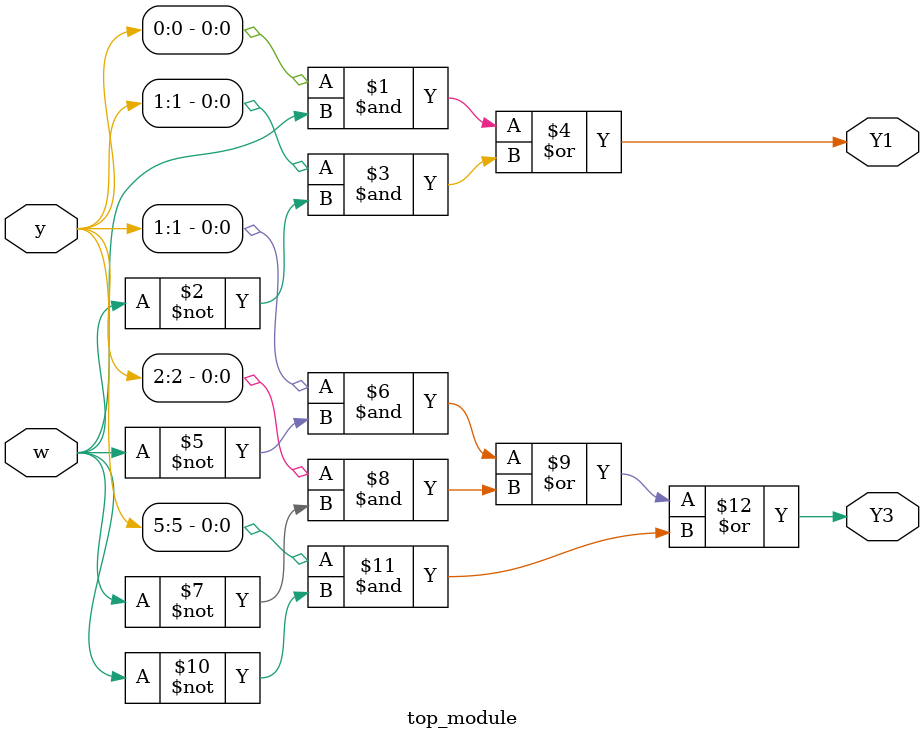
<source format=sv>
module top_module (
    input [5:0] y,
    input w,
    output Y1,
    output Y3
);

    assign Y1 = (y[0] & w) | (y[1] & ~w);         // y[1] is state B: 1 from A on w=1, 0 from B on w=0
    assign Y3 = (y[1] & ~w) | (y[2] & ~w) | (y[5] & ~w); // y[3] is state D: 0 from B, C, F
    
endmodule

</source>
